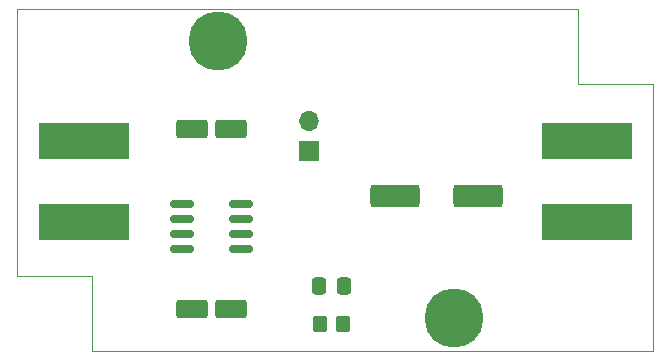
<source format=gbr>
%TF.GenerationSoftware,KiCad,Pcbnew,(6.0.5-0)*%
%TF.CreationDate,2022-12-05T01:18:57+00:00*%
%TF.ProjectId,Ebow,45626f77-2e6b-4696-9361-645f70636258,rev?*%
%TF.SameCoordinates,Original*%
%TF.FileFunction,Soldermask,Top*%
%TF.FilePolarity,Negative*%
%FSLAX46Y46*%
G04 Gerber Fmt 4.6, Leading zero omitted, Abs format (unit mm)*
G04 Created by KiCad (PCBNEW (6.0.5-0)) date 2022-12-05 01:18:57*
%MOMM*%
%LPD*%
G01*
G04 APERTURE LIST*
G04 Aperture macros list*
%AMRoundRect*
0 Rectangle with rounded corners*
0 $1 Rounding radius*
0 $2 $3 $4 $5 $6 $7 $8 $9 X,Y pos of 4 corners*
0 Add a 4 corners polygon primitive as box body*
4,1,4,$2,$3,$4,$5,$6,$7,$8,$9,$2,$3,0*
0 Add four circle primitives for the rounded corners*
1,1,$1+$1,$2,$3*
1,1,$1+$1,$4,$5*
1,1,$1+$1,$6,$7*
1,1,$1+$1,$8,$9*
0 Add four rect primitives between the rounded corners*
20,1,$1+$1,$2,$3,$4,$5,0*
20,1,$1+$1,$4,$5,$6,$7,0*
20,1,$1+$1,$6,$7,$8,$9,0*
20,1,$1+$1,$8,$9,$2,$3,0*%
G04 Aperture macros list end*
%TA.AperFunction,Profile*%
%ADD10C,0.100000*%
%TD*%
%ADD11R,7.700000X3.100000*%
%ADD12C,5.000000*%
%ADD13C,2.900000*%
%ADD14RoundRect,0.150000X-0.825000X-0.150000X0.825000X-0.150000X0.825000X0.150000X-0.825000X0.150000X0*%
%ADD15RoundRect,0.250000X0.350000X0.450000X-0.350000X0.450000X-0.350000X-0.450000X0.350000X-0.450000X0*%
%ADD16R,1.700000X1.700000*%
%ADD17O,1.700000X1.700000*%
%ADD18RoundRect,0.250000X-1.825000X-0.700000X1.825000X-0.700000X1.825000X0.700000X-1.825000X0.700000X0*%
%ADD19RoundRect,0.250000X0.337500X0.475000X-0.337500X0.475000X-0.337500X-0.475000X0.337500X-0.475000X0*%
%ADD20RoundRect,0.250000X1.075000X0.550000X-1.075000X0.550000X-1.075000X-0.550000X1.075000X-0.550000X0*%
G04 APERTURE END LIST*
D10*
X98298000Y-107950000D02*
X104648000Y-107950000D01*
X98298000Y-101600000D02*
X98298000Y-107950000D01*
X104648000Y-107950000D02*
X104648000Y-130556000D01*
X57150000Y-124206000D02*
X50800000Y-124206000D01*
X57150000Y-124206000D02*
X57150000Y-130556000D01*
X50800000Y-124206000D02*
X50800000Y-101600000D01*
X104648000Y-130556000D02*
X57150000Y-130556000D01*
X50800000Y-101600000D02*
X98298000Y-101600000D01*
D11*
%TO.C,L2*%
X99060000Y-119655000D03*
X99060000Y-112755000D03*
%TD*%
D12*
%TO.C,H2*%
X87833200Y-127812800D03*
D13*
X87833200Y-127812800D03*
%TD*%
D12*
%TO.C,H1*%
X67818000Y-104343200D03*
D13*
X67818000Y-104343200D03*
%TD*%
D14*
%TO.C,U1*%
X64835000Y-118110000D03*
X64835000Y-119380000D03*
X64835000Y-120650000D03*
X64835000Y-121920000D03*
X69785000Y-121920000D03*
X69785000Y-120650000D03*
X69785000Y-119380000D03*
X69785000Y-118110000D03*
%TD*%
D15*
%TO.C,R1*%
X78470000Y-128270000D03*
X76470000Y-128270000D03*
%TD*%
D11*
%TO.C,L1*%
X56515000Y-112755000D03*
X56515000Y-119655000D03*
%TD*%
D16*
%TO.C,J1*%
X75565000Y-113665000D03*
D17*
X75565000Y-111125000D03*
%TD*%
D18*
%TO.C,C4*%
X82885000Y-117475000D03*
X89835000Y-117475000D03*
%TD*%
D19*
%TO.C,C3*%
X78507500Y-125095000D03*
X76432500Y-125095000D03*
%TD*%
D20*
%TO.C,C2*%
X68985000Y-127000000D03*
X65635000Y-127000000D03*
%TD*%
%TO.C,C1*%
X68985000Y-111760000D03*
X65635000Y-111760000D03*
%TD*%
M02*

</source>
